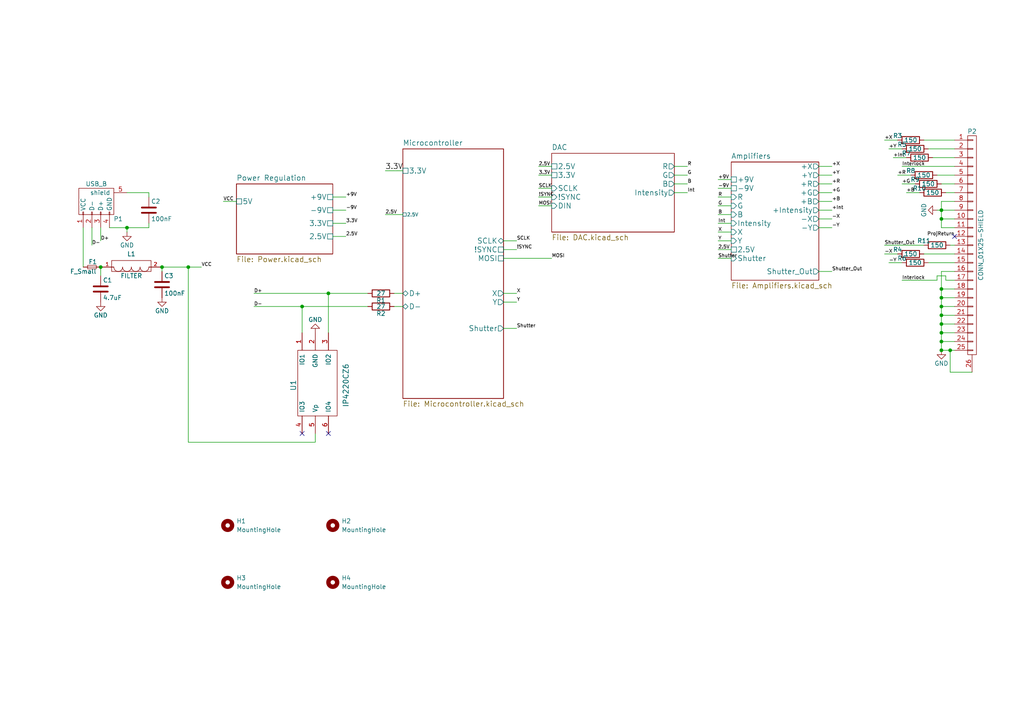
<source format=kicad_sch>
(kicad_sch (version 20231120) (generator "eeschema") (generator_version "8.0")
  (paper "A4")
  (title_block (title "Main") (date "2016-04-11") (rev "A"))
  (lib_symbols
    (symbol "Helios-rescue:C" (pin_numbers hide) (pin_names (offset 0.254))
      (property "Reference" "C" (at 0.635 2.54 0))
      (property "Value" "C" (at 0.635 -2.54 0))
      (symbol "C_0_1"
        (polyline (pts (xy -2.032 -0.762) (xy 2.032 -0.762)) (stroke (width 0.508)))
        (polyline (pts (xy -2.032 0.762) (xy 2.032 0.762)) (stroke (width 0.508)))
      )
      (symbol "C_1_1"
        (pin passive line (at 0 3.81 270) (length 2.794) (name "~") (number "1"))
        (pin passive line (at 0 -3.81 90) (length 2.794) (name "~") (number "2"))
      )
    )
    (symbol "Helios-rescue:FILTER" (pin_names (offset 1.016) hide)
      (property "Reference" "FB" (at 0 3.81 0))
      (property "Value" "FILTER" (at 0 -2.54 0))
      (symbol "FILTER_0_1"
        (rectangle (start -5.715 1.905) (end 5.715 -1.27))
        (arc (start -5.08 0) (mid -3.81 -1.27) (end -2.54 0))
        (arc (start -2.54 0) (mid -1.27 -1.27) (end 0 0))
        (arc (start 0 0) (mid 0 0) (end 0 0))
        (arc (start 0 0) (mid 1.27 -1.27) (end 2.54 0))
        (arc (start 2.54 0) (mid 3.81 -1.27) (end 5.08 0))
      )
      (symbol "FILTER_1_1"
        (pin passive line (at -8.89 0 0) (length 3.81) (name "1") (number "1"))
        (pin passive line (at 8.89 0 180) (length 3.81) (name "2") (number "2"))
      )
    )
    (symbol "Helios-rescue:F_Small" (pin_numbers hide) (pin_names (offset 0.254) hide)
      (property "Reference" "F" (at -1.016 1.524 0))
      (property "Value" "F_Small" (at -3.048 -1.524 0))
      (symbol "F_Small_0_1"
        (rectangle (start -1.27 0.508) (end 1.27 -0.508))
        (polyline (pts (xy -1.27 0) (xy 1.27 0)))
      )
      (symbol "F_Small_1_1"
        (pin passive line (at -2.54 0 0) (length 1.27) (name "~") (number "1"))
        (pin passive line (at 2.54 0 180) (length 1.27) (name "~") (number "2"))
      )
    )
    (symbol "Helios-rescue:GND" (power) (pin_names (offset 0))
      (property "Value" "GND" (at 0 -3.81 0))
      (symbol "GND_0_1"
        (polyline (pts (xy 0 0) (xy 0 -1.27) (xy 1.27 -1.27) (xy 0 -2.54) (xy -1.27 -1.27) (xy 0 -1.27)))
      )
      (symbol "GND_1_1"
        (pin power_in line (at 0 0 270) (length 0) hide (name "GND") (number "1"))
      )
    )
    (symbol "Helios-rescue:R" (pin_numbers hide) (pin_names (offset 0))
      (property "Reference" "R" (at 2.032 0 90))
      (property "Value" "R" (at 0 0 90))
      (symbol "R_0_1"
        (rectangle (start -1.016 -2.54) (end 1.016 2.54) (stroke (width 0.254)))
      )
      (symbol "R_1_1"
        (pin passive line (at 0 3.81 270) (length 1.27) (name "~") (number "1"))
        (pin passive line (at 0 -3.81 90) (length 1.27) (name "~") (number "2"))
      )
    )
    (symbol "Helios-rescue:USB_B-RESCUE-Helios" (pin_names (offset 1.016))
      (property "Reference" "P" (at 5.08 -5.08 0))
      (property "Value" "USB_B-RESCUE-Helios" (at -1.27 5.08 0))
      (symbol "USB_B-RESCUE-Helios_0_1"
        (rectangle (start -6.35 -3.81) (end 3.81 3.81))
        (rectangle (start -5.207 -3.81) (end -4.953 -3.048))
        (rectangle (start -2.667 -3.81) (end -2.413 -3.048))
        (rectangle (start -0.127 -3.81) (end 0.127 -3.048))
        (rectangle (start 2.413 -3.81) (end 2.667 -3.048))
      )
      (symbol "USB_B-RESCUE-Helios_1_1"
        (pin power_out line (at -5.08 -7.62 90) (length 3.81) (name "VCC") (number "1"))
        (pin passive line (at -2.54 -7.62 90) (length 3.81) (name "D-") (number "2"))
        (pin passive line (at 0 -7.62 90) (length 3.81) (name "D+") (number "3"))
        (pin power_in line (at 2.54 -7.62 90) (length 3.81) (name "GND") (number "4"))
        (pin passive line (at 7.62 2.54 180) (length 3.81) (name "shield") (number "5"))
      )
    )
    (symbol "Mechanical:MountingHole" (pin_names (offset 1.016)) (exclude_from_sim yes) (in_bom no)
      (property "Reference" "H" (at 0 5.08 0))
      (property "Value" "MountingHole" (at 0 3.175 0))
      (symbol "MountingHole_0_1"
        (circle (center 0 0) (radius 1.27) (stroke (width 1.27)))
      )
    )
    (symbol "Personal-library:CONN_01X25-SHIELD" (pin_names (offset 1.016) hide)
      (property "Reference" "P" (at 0 33.02 0))
      (property "Value" "CONN_01X25-SHIELD" (at 2.54 0 90))
      (symbol "CONN_01X25-SHIELD_0_1"
        (rectangle (start -1.27 -31.75) (end 1.27 31.75))
        (rectangle (start -1.27 -30.353) (end 0.254 -30.607))
        (rectangle (start -1.27 -27.813) (end 0.254 -28.067))
        (rectangle (start -1.27 -25.273) (end 0.254 -25.527))
        (rectangle (start -1.27 -22.733) (end 0.254 -22.987))
        (rectangle (start -1.27 -20.193) (end 0.254 -20.447))
        (rectangle (start -1.27 -17.653) (end 0.254 -17.907))
        (rectangle (start -1.27 -15.113) (end 0.254 -15.367))
        (rectangle (start -1.27 -12.573) (end 0.254 -12.827))
        (rectangle (start -1.27 -10.033) (end 0.254 -10.287))
        (rectangle (start -1.27 -7.493) (end 0.254 -7.747))
        (rectangle (start -1.27 -4.953) (end 0.254 -5.207))
        (rectangle (start -1.27 -2.413) (end 0.254 -2.667))
        (rectangle (start -1.27 0.127) (end 0.254 -0.127))
        (rectangle (start -1.27 2.667) (end 0.254 2.413))
        (rectangle (start -1.27 5.207) (end 0.254 4.953))
        (rectangle (start -1.27 7.747) (end 0.254 7.493))
        (rectangle (start -1.27 10.287) (end 0.254 10.033))
        (rectangle (start -1.27 12.827) (end 0.254 12.573))
        (rectangle (start -1.27 15.367) (end 0.254 15.113))
        (rectangle (start -1.27 17.907) (end 0.254 17.653))
        (rectangle (start -1.27 20.447) (end 0.254 20.193))
        (rectangle (start -1.27 22.987) (end 0.254 22.733))
        (rectangle (start -1.27 25.527) (end 0.254 25.273))
        (rectangle (start -1.27 28.067) (end 0.254 27.813))
        (rectangle (start -1.27 30.607) (end 0.254 30.353))
      )
      (symbol "CONN_01X25-SHIELD_1_1"
        (pin passive line (at -5.08 30.48 0) (length 3.81) (name "P1") (number "1"))
        (pin passive line (at -5.08 7.62 0) (length 3.81) (name "P10") (number "10"))
        (pin passive line (at -5.08 5.08 0) (length 3.81) (name "P11") (number "11"))
        (pin passive line (at -5.08 2.54 0) (length 3.81) (name "P12") (number "12"))
        (pin passive line (at -5.08 0 0) (length 3.81) (name "P13") (number "13"))
        (pin passive line (at -5.08 -2.54 0) (length 3.81) (name "P14") (number "14"))
        (pin passive line (at -5.08 -5.08 0) (length 3.81) (name "P15") (number "15"))
        (pin passive line (at -5.08 -7.62 0) (length 3.81) (name "P16") (number "16"))
        (pin passive line (at -5.08 -10.16 0) (length 3.81) (name "P17") (number "17"))
        (pin passive line (at -5.08 -12.7 0) (length 3.81) (name "P18") (number "18"))
        (pin passive line (at -5.08 -15.24 0) (length 3.81) (name "P19") (number "19"))
        (pin passive line (at -5.08 27.94 0) (length 3.81) (name "P2") (number "2"))
        (pin passive line (at -5.08 -17.78 0) (length 3.81) (name "P20") (number "20"))
        (pin passive line (at -5.08 -20.32 0) (length 3.81) (name "P21") (number "21"))
        (pin passive line (at -5.08 -22.86 0) (length 3.81) (name "P22") (number "22"))
        (pin passive line (at -5.08 -25.4 0) (length 3.81) (name "P23") (number "23"))
        (pin passive line (at -5.08 -27.94 0) (length 3.81) (name "P24") (number "24"))
        (pin passive line (at -5.08 -30.48 0) (length 3.81) (name "P25") (number "25"))
        (pin input line (at 0 -36.83 90) (length 5.08) (name "Shield") (number "26"))
        (pin passive line (at -5.08 25.4 0) (length 3.81) (name "P3") (number "3"))
        (pin passive line (at -5.08 22.86 0) (length 3.81) (name "P4") (number "4"))
        (pin passive line (at -5.08 20.32 0) (length 3.81) (name "P5") (number "5"))
        (pin passive line (at -5.08 17.78 0) (length 3.81) (name "P6") (number "6"))
        (pin passive line (at -5.08 15.24 0) (length 3.81) (name "P7") (number "7"))
        (pin passive line (at -5.08 12.7 0) (length 3.81) (name "P8") (number "8"))
        (pin passive line (at -5.08 10.16 0) (length 3.81) (name "P9") (number "9"))
      )
    )
    (symbol "Personal-library:IP4220CZ6" (pin_names (offset 1.016))
      (property "Reference" "U" (at 0 6.35 0))
      (property "Value" "IP4220CZ6" (at 0 -8.89 0))
      (symbol "IP4220CZ6_0_1"
        (rectangle (start 10.16 5.08) (end -8.89 -6.35))
      )
      (symbol "IP4220CZ6_1_1"
        (pin passive line (at 15.24 3.81 180) (length 5.08) (name "IO1") (number "1"))
        (pin passive line (at 15.24 0 180) (length 5.08) (name "GND") (number "2"))
        (pin passive line (at 15.24 -3.81 180) (length 5.08) (name "IO2") (number "3"))
        (pin passive line (at -13.97 3.81 0) (length 5.08) (name "IO3") (number "4"))
        (pin passive line (at -13.97 0 0) (length 5.08) (name "Vp") (number "5"))
        (pin passive line (at -13.97 -3.81 0) (length 5.08) (name "IO4") (number "6"))
      )
    )
  )
  (junction (at 46.99 77.47))
  (junction (at 273.05 93.98))
  (junction (at 273.05 63.5))
  (junction (at 87.63 88.9))
  (junction (at 275.59 101.6))
  (junction (at 273.05 99.06))
  (junction (at 273.05 83.82))
  (junction (at 273.05 91.44))
  (junction (at 36.83 66.04))
  (junction (at 29.21 77.47))
  (junction (at 54.61 77.47))
  (junction (at 273.05 88.9))
  (junction (at 273.05 86.36))
  (junction (at 273.05 96.52))
  (junction (at 273.05 60.96))
  (junction (at 95.25 85.09))
  (junction (at 273.05 101.6))
  (no_connect (at 95.25 125.73))
  (no_connect (at 276.86 68.58))
  (no_connect (at 87.63 125.73))
  (wire (pts (xy 87.63 88.9) (xy 106.68 88.9)))
  (wire (pts (xy 273.05 58.42) (xy 276.86 58.42)))
  (wire (pts (xy 146.05 74.93) (xy 160.02 74.93)))
  (wire (pts (xy 269.24 76.2) (xy 276.86 76.2)))
  (wire (pts (xy 43.18 55.88) (xy 43.18 57.15)))
  (wire (pts (xy 262.89 45.72) (xy 259.08 45.72)))
  (wire (pts (xy 273.05 78.74) (xy 276.86 78.74)))
  (wire (pts (xy 273.05 63.5) (xy 276.86 63.5)))
  (wire (pts (xy 73.66 85.09) (xy 95.25 85.09)))
  (wire (pts (xy 212.09 59.69) (xy 208.28 59.69)))
  (wire (pts (xy 237.49 58.42) (xy 241.3 58.42)))
  (wire (pts (xy 273.05 88.9) (xy 273.05 91.44)))
  (wire (pts (xy 31.75 66.04) (xy 36.83 66.04)))
  (wire (pts (xy 95.25 85.09) (xy 106.68 85.09)))
  (wire (pts (xy 36.83 55.88) (xy 43.18 55.88)))
  (wire (pts (xy 273.05 99.06) (xy 273.05 101.6)))
  (wire (pts (xy 95.25 85.09) (xy 95.25 96.52)))
  (wire (pts (xy 276.86 91.44) (xy 273.05 91.44)))
  (wire (pts (xy 274.32 80.01) (xy 271.78 80.01)))
  (wire (pts (xy 212.09 52.07) (xy 208.28 52.07)))
  (wire (pts (xy 160.02 57.15) (xy 156.21 57.15)))
  (wire (pts (xy 266.7 55.88) (xy 262.89 55.88)))
  (wire (pts (xy 271.78 81.28) (xy 261.62 81.28)))
  (wire (pts (xy 273.05 66.04) (xy 276.86 66.04)))
  (wire (pts (xy 261.62 48.26) (xy 276.86 48.26)))
  (wire (pts (xy 146.05 95.25) (xy 149.86 95.25)))
  (wire (pts (xy 146.05 69.85) (xy 149.86 69.85)))
  (wire (pts (xy 160.02 50.8) (xy 156.21 50.8)))
  (wire (pts (xy 265.43 53.34) (xy 261.62 53.34)))
  (wire (pts (xy 276.86 86.36) (xy 273.05 86.36)))
  (wire (pts (xy 273.05 78.74) (xy 273.05 83.82)))
  (wire (pts (xy 36.83 66.04) (xy 43.18 66.04)))
  (wire (pts (xy 29.21 66.04) (xy 29.21 69.85)))
  (wire (pts (xy 237.49 50.8) (xy 241.3 50.8)))
  (wire (pts (xy 274.32 55.88) (xy 276.86 55.88)))
  (wire (pts (xy 160.02 59.69) (xy 156.21 59.69)))
  (wire (pts (xy 276.86 81.28) (xy 274.32 81.28)))
  (wire (pts (xy 116.84 62.23) (xy 111.76 62.23)))
  (wire (pts (xy 26.67 66.04) (xy 26.67 71.12)))
  (wire (pts (xy 275.59 71.12) (xy 276.86 71.12)))
  (wire (pts (xy 237.49 60.96) (xy 241.3 60.96)))
  (wire (pts (xy 274.32 81.28) (xy 274.32 80.01)))
  (wire (pts (xy 54.61 77.47) (xy 58.42 77.47)))
  (wire (pts (xy 212.09 67.31) (xy 208.28 67.31)))
  (wire (pts (xy 273.05 86.36) (xy 273.05 88.9)))
  (wire (pts (xy 87.63 88.9) (xy 87.63 96.52)))
  (wire (pts (xy 195.58 50.8) (xy 199.39 50.8)))
  (wire (pts (xy 160.02 48.26) (xy 156.21 48.26)))
  (wire (pts (xy 68.58 58.42) (xy 64.77 58.42)))
  (wire (pts (xy 96.52 60.96) (xy 100.33 60.96)))
  (wire (pts (xy 256.54 71.12) (xy 267.97 71.12)))
  (wire (pts (xy 195.58 53.34) (xy 199.39 53.34)))
  (wire (pts (xy 160.02 54.61) (xy 156.21 54.61)))
  (wire (pts (xy 29.21 77.47) (xy 29.21 80.01)))
  (wire (pts (xy 267.97 40.64) (xy 276.86 40.64)))
  (wire (pts (xy 273.05 99.06) (xy 276.86 99.06)))
  (wire (pts (xy 146.05 72.39) (xy 149.86 72.39)))
  (wire (pts (xy 114.3 85.09) (xy 116.84 85.09)))
  (wire (pts (xy 111.76 49.53) (xy 116.84 49.53)))
  (wire (pts (xy 43.18 66.04) (xy 43.18 64.77)))
  (wire (pts (xy 273.05 93.98) (xy 273.05 96.52)))
  (wire (pts (xy 54.61 77.47) (xy 54.61 128.27)))
  (wire (pts (xy 275.59 101.6) (xy 275.59 107.95)))
  (wire (pts (xy 241.3 55.88) (xy 237.49 55.88)))
  (wire (pts (xy 212.09 74.93) (xy 208.28 74.93)))
  (wire (pts (xy 46.99 77.47) (xy 46.99 78.74)))
  (wire (pts (xy 271.78 80.01) (xy 271.78 81.28)))
  (wire (pts (xy 275.59 107.95) (xy 281.94 107.95)))
  (wire (pts (xy 237.49 66.04) (xy 241.3 66.04)))
  (wire (pts (xy 46.99 77.47) (xy 54.61 77.47)))
  (wire (pts (xy 273.05 96.52) (xy 276.86 96.52)))
  (wire (pts (xy 54.61 128.27) (xy 91.44 128.27)))
  (wire (pts (xy 195.58 48.26) (xy 199.39 48.26)))
  (wire (pts (xy 273.05 63.5) (xy 273.05 66.04)))
  (wire (pts (xy 273.05 83.82) (xy 276.86 83.82)))
  (wire (pts (xy 273.05 101.6) (xy 275.59 101.6)))
  (wire (pts (xy 260.35 40.64) (xy 256.54 40.64)))
  (wire (pts (xy 237.49 48.26) (xy 241.3 48.26)))
  (wire (pts (xy 273.05 93.98) (xy 276.86 93.98)))
  (wire (pts (xy 212.09 62.23) (xy 208.28 62.23)))
  (wire (pts (xy 273.05 83.82) (xy 273.05 86.36)))
  (wire (pts (xy 24.13 66.04) (xy 24.13 77.47)))
  (wire (pts (xy 271.78 50.8) (xy 276.86 50.8)))
  (wire (pts (xy 261.62 76.2) (xy 257.81 76.2)))
  (wire (pts (xy 273.05 91.44) (xy 273.05 93.98)))
  (wire (pts (xy 276.86 88.9) (xy 273.05 88.9)))
  (wire (pts (xy 212.09 54.61) (xy 208.28 54.61)))
  (wire (pts (xy 91.44 128.27) (xy 91.44 125.73)))
  (wire (pts (xy 273.05 60.96) (xy 273.05 63.5)))
  (wire (pts (xy 146.05 87.63) (xy 149.86 87.63)))
  (wire (pts (xy 237.49 63.5) (xy 241.3 63.5)))
  (wire (pts (xy 273.05 60.96) (xy 276.86 60.96)))
  (wire (pts (xy 212.09 57.15) (xy 208.28 57.15)))
  (wire (pts (xy 146.05 85.09) (xy 149.86 85.09)))
  (wire (pts (xy 267.97 73.66) (xy 276.86 73.66)))
  (wire (pts (xy 237.49 53.34) (xy 241.3 53.34)))
  (wire (pts (xy 212.09 69.85) (xy 208.28 69.85)))
  (wire (pts (xy 96.52 57.15) (xy 100.33 57.15)))
  (wire (pts (xy 36.83 67.31) (xy 36.83 66.04)))
  (wire (pts (xy 275.59 101.6) (xy 276.86 101.6)))
  (wire (pts (xy 195.58 55.88) (xy 199.39 55.88)))
  (wire (pts (xy 269.24 43.18) (xy 276.86 43.18)))
  (wire (pts (xy 261.62 43.18) (xy 257.81 43.18)))
  (wire (pts (xy 96.52 68.58) (xy 100.33 68.58)))
  (wire (pts (xy 116.84 88.9) (xy 114.3 88.9)))
  (wire (pts (xy 96.52 64.77) (xy 100.33 64.77)))
  (wire (pts (xy 212.09 64.77) (xy 208.28 64.77)))
  (wire (pts (xy 271.78 60.96) (xy 273.05 60.96)))
  (wire (pts (xy 270.51 45.72) (xy 276.86 45.72)))
  (wire (pts (xy 212.09 72.39) (xy 208.28 72.39)))
  (wire (pts (xy 73.66 88.9) (xy 87.63 88.9)))
  (wire (pts (xy 273.05 58.42) (xy 273.05 60.96)))
  (wire (pts (xy 273.05 53.34) (xy 276.86 53.34)))
  (wire (pts (xy 264.16 50.8) (xy 260.35 50.8)))
  (wire (pts (xy 260.35 73.66) (xy 256.54 73.66)))
  (wire (pts (xy 273.05 96.52) (xy 273.05 99.06)))
  (wire (pts (xy 237.49 78.74) (xy 241.3 78.74)))
  (label "-X" (at 241.3 63.5 0) (effects (font (size 0.9906 0.9906))))
  (label "+X" (at 241.3 48.26 0) (effects (font (size 0.9906 0.9906))))
  (label "+Y" (at 257.81 43.18 0) (effects (font (size 0.9906 0.9906))))
  (label "!SYNC" (at 156.21 57.15 0) (effects (font (size 0.9906 0.9906))))
  (label "2.5V" (at 208.28 72.39 0) (effects (font (size 0.9906 0.9906))))
  (label "Int" (at 199.39 55.88 0) (effects (font (size 0.9906 0.9906))))
  (label "D-" (at 26.67 71.12 0) (effects (font (size 0.9906 0.9906))))
  (label "-X" (at 256.54 73.66 0) (effects (font (size 0.9906 0.9906))))
  (label "X" (at 149.86 85.09 0) (effects (font (size 0.9906 0.9906))))
  (label "+B" (at 262.89 55.88 0) (effects (font (size 0.9906 0.9906))))
  (label "-9V" (at 100.33 60.96 0) (effects (font (size 0.9906 0.9906))))
  (label "+Int" (at 259.08 45.72 0) (effects (font (size 0.9906 0.9906))))
  (label "MOSI" (at 156.21 59.69 0) (effects (font (size 0.9906 0.9906))))
  (label "2.5V" (at 156.21 48.26 0) (effects (font (size 0.9906 0.9906))))
  (label "G" (at 208.28 59.69 0) (effects (font (size 0.9906 0.9906))))
  (label "+Y" (at 241.3 50.8 0) (effects (font (size 0.9906 0.9906))))
  (label "VCC" (at 64.77 58.42 0) (effects (font (size 0.9906 0.9906))))
  (label "G" (at 199.39 50.8 0) (effects (font (size 0.9906 0.9906))))
  (label "Y" (at 208.28 69.85 0) (effects (font (size 0.9906 0.9906))))
  (label "3.3V" (at 100.33 64.77 0) (effects (font (size 0.9906 0.9906))))
  (label "R" (at 199.39 48.26 0) (effects (font (size 0.9906 0.9906))))
  (label "+G" (at 261.62 53.34 0) (effects (font (size 0.9906 0.9906))))
  (label "R" (at 208.28 57.15 0) (effects (font (size 0.9906 0.9906))))
  (label "X" (at 208.28 67.31 0) (effects (font (size 0.9906 0.9906))))
  (label "SCLK" (at 149.86 69.85 0) (effects (font (size 0.9906 0.9906))))
  (label "Shutter_Out" (at 241.3 78.74 0) (effects (font (size 0.9906 0.9906))))
  (label "3.3V" (at 156.21 50.8 0) (effects (font (size 0.9906 0.9906))))
  (label "-Y" (at 257.81 76.2 0) (effects (font (size 0.9906 0.9906))))
  (label "+R" (at 260.35 50.8 0) (effects (font (size 0.9906 0.9906))))
  (label "D+" (at 73.66 85.09 0) (effects (font (size 0.9906 0.9906))))
  (label "+G" (at 241.3 55.88 0) (effects (font (size 0.9906 0.9906))))
  (label "D-" (at 73.66 88.9 0) (effects (font (size 0.9906 0.9906))))
  (label "MOSI" (at 160.02 74.93 0) (effects (font (size 0.9906 0.9906))))
  (label "2.5V" (at 100.33 68.58 0) (effects (font (size 0.9906 0.9906))))
  (label "+B" (at 241.3 58.42 0) (effects (font (size 0.9906 0.9906))))
  (label "SCLK" (at 156.21 54.61 0) (effects (font (size 0.9906 0.9906))))
  (label "B" (at 199.39 53.34 0) (effects (font (size 0.9906 0.9906))))
  (label "+9V" (at 100.33 57.15 0) (effects (font (size 0.9906 0.9906))))
  (label "+X" (at 256.54 40.64 0) (effects (font (size 0.9906 0.9906))))
  (label "B" (at 208.28 62.23 0) (effects (font (size 0.9906 0.9906))))
  (label "+9V" (at 208.28 52.07 0) (effects (font (size 0.9906 0.9906))))
  (label "+Int" (at 241.3 60.96 0) (effects (font (size 0.9906 0.9906))))
  (label "D+" (at 29.21 69.85 0) (effects (font (size 0.9906 0.9906))))
  (label "+R" (at 241.3 53.34 0) (effects (font (size 0.9906 0.9906))))
  (label "3.3V" (at 111.76 49.53 0) (effects (font (size 1.524 1.524))))
  (label "-Y" (at 241.3 66.04 0) (effects (font (size 0.9906 0.9906))))
  (label "Y" (at 149.86 87.63 0) (effects (font (size 0.9906 0.9906))))
  (label "Shutter_Out" (at 256.54 71.12 0) (effects (font (size 0.9906 0.9906))))
  (label "Int" (at 208.28 64.77 0) (effects (font (size 0.9906 0.9906))))
  (label "ProjReturn" (at 276.86 68.58 180) (effects (font (size 0.9906 0.9906))))
  (label "2.5V" (at 111.76 62.23 0) (effects (font (size 0.9906 0.9906))))
  (label "!SYNC" (at 149.86 72.39 0) (effects (font (size 0.9906 0.9906))))
  (label "-9V" (at 208.28 54.61 0) (effects (font (size 0.9906 0.9906))))
  (label "Shutter" (at 208.28 74.93 0) (effects (font (size 0.9906 0.9906))))
  (label "Shutter" (at 149.86 95.25 0) (effects (font (size 0.9906 0.9906))))
  (label "Interlock" (at 261.62 81.28 0) (effects (font (size 0.9906 0.9906))))
  (label "VCC" (at 58.42 77.47 0) (effects (font (size 0.9906 0.9906))))
  (label "Interlock" (at 261.62 48.26 0) (effects (font (size 0.9906 0.9906))))
  (symbol (lib_id "Helios-rescue:USB_B-RESCUE-Helios") (at 29.21 58.42 0) (unit 1)
    (property "Reference" "P1" (at 34.29 63.5 0))
    (property "Value" "USB_B" (at 27.94 53.34 0))
    (property "Footprint" "Connect:USB_B" (effects (hide yes)))
  )
  (symbol (lib_id "Helios-rescue:GND") (at 273.05 101.6 0) (unit 1)
    (property "Reference" "#PWR01" (effects (hide yes)))
    (property "Value" "GND" (at 273.05 105.41 0))
  )
  (symbol (lib_id "Helios-rescue:R") (at 110.49 85.09 270) (unit 1)
    (property "Reference" "R1" (at 110.49 87.122 90))
    (property "Value" "27" (at 110.49 85.09 90))
    (property "Footprint" "Resistors_SMD:R_0603" (effects (hide yes)))
  )
  (symbol (lib_id "Helios-rescue:R") (at 264.16 40.64 270) (unit 1)
    (property "Reference" "R3" (at 260.35 39.37 90))
    (property "Value" "150" (at 264.16 40.64 90))
    (property "Footprint" "Resistors_SMD:R_0603" (effects (hide yes)))
  )
  (symbol (lib_id "Helios-rescue:GND") (at 271.78 60.96 270) (unit 1)
    (property "Reference" "#PWR02" (effects (hide yes)))
    (property "Value" "GND" (at 267.97 60.96 0))
  )
  (symbol (lib_id "Helios-rescue:GND") (at 36.83 67.31 0) (unit 1)
    (property "Reference" "#PWR03" (effects (hide yes)))
    (property "Value" "GND" (at 36.83 71.12 0))
  )
  (symbol (lib_id "Helios-rescue:GND") (at 46.99 86.36 0) (unit 1)
    (property "Reference" "#PWR04" (effects (hide yes)))
    (property "Value" "GND" (at 46.99 90.17 0))
  )
  (symbol (lib_id "Helios-rescue:R") (at 265.43 43.18 270) (unit 1)
    (property "Reference" "R5" (at 261.62 41.91 90))
    (property "Value" "150" (at 265.43 43.18 90))
    (property "Footprint" "Resistors_SMD:R_0603" (effects (hide yes)))
  )
  (symbol (lib_id "Helios-rescue:R") (at 266.7 45.72 270) (unit 1)
    (property "Reference" "R7" (at 262.89 44.45 90))
    (property "Value" "150" (at 266.7 45.72 90))
    (property "Footprint" "Resistors_SMD:R_0603" (effects (hide yes)))
  )
  (symbol (lib_id "Helios-rescue:R") (at 267.97 50.8 270) (unit 1)
    (property "Reference" "R8" (at 264.16 49.53 90))
    (property "Value" "150" (at 267.97 50.8 90))
    (property "Footprint" "Resistors_SMD:R_0603" (effects (hide yes)))
  )
  (symbol (lib_id "Helios-rescue:R") (at 269.24 53.34 270) (unit 1)
    (property "Reference" "R9" (at 265.43 52.07 90))
    (property "Value" "150" (at 269.24 53.34 90))
    (property "Footprint" "Resistors_SMD:R_0603" (effects (hide yes)))
  )
  (symbol (lib_id "Helios-rescue:R") (at 270.51 55.88 270) (unit 1)
    (property "Reference" "R10" (at 266.7 54.61 90))
    (property "Value" "150" (at 270.51 55.88 90))
    (property "Footprint" "Resistors_SMD:R_0603" (effects (hide yes)))
  )
  (symbol (lib_id "Helios-rescue:R") (at 271.78 71.12 270) (unit 1)
    (property "Reference" "R11" (at 267.97 69.85 90))
    (property "Value" "150" (at 271.78 71.12 90))
    (property "Footprint" "Resistors_SMD:R_0603" (effects (hide yes)))
  )
  (symbol (lib_id "Helios-rescue:R") (at 264.16 73.66 270) (unit 1)
    (property "Reference" "R4" (at 260.35 72.39 90))
    (property "Value" "150" (at 264.16 73.66 90))
    (property "Footprint" "Resistors_SMD:R_0603" (effects (hide yes)))
  )
  (symbol (lib_id "Helios-rescue:R") (at 265.43 76.2 270) (unit 1)
    (property "Reference" "R6" (at 261.62 74.93 90))
    (property "Value" "150" (at 265.43 76.2 90))
    (property "Footprint" "Resistors_SMD:R_0603" (effects (hide yes)))
  )
  (symbol (lib_id "Helios-rescue:R") (at 110.49 88.9 270) (unit 1)
    (property "Reference" "R2" (at 110.49 90.932 90))
    (property "Value" "27" (at 110.49 88.9 90))
    (property "Footprint" "Resistors_SMD:R_0603" (effects (hide yes)))
  )
  (symbol (lib_id "Helios-rescue:C") (at 43.18 60.96 0) (unit 1)
    (property "Reference" "C2" (at 43.815 58.42 0) (effects (justify left)))
    (property "Value" "100nF" (at 43.815 63.5 0) (effects (justify left)))
    (property "Footprint" "Capacitors_SMD:C_0402" (effects (hide yes)))
  )
  (symbol (lib_id "Helios-rescue:C") (at 46.99 82.55 0) (unit 1)
    (property "Reference" "C3" (at 47.625 80.01 0) (effects (justify left)))
    (property "Value" "100nF" (at 47.625 85.09 0) (effects (justify left)))
    (property "Footprint" "Capacitors_SMD:C_0402" (effects (hide yes)))
  )
  (symbol (lib_id "Personal-library:CONN_01X25-SHIELD") (at 281.94 71.12 0) (unit 1)
    (property "Reference" "P2" (at 281.94 38.1 0))
    (property "Value" "CONN_01X25-SHIELD" (at 284.48 71.12 90))
    (property "Footprint" "personal:DB25" (effects (hide yes)))
  )
  (symbol (lib_id "Helios-rescue:C") (at 29.21 83.82 0) (unit 1)
    (property "Reference" "C1" (at 29.845 81.28 0) (effects (justify left)))
    (property "Value" "4.7uF" (at 29.845 86.36 0) (effects (justify left)))
    (property "Footprint" "Capacitors_SMD:c_elec_4x5.3" (effects (hide yes)))
  )
  (symbol (lib_id "Helios-rescue:GND") (at 29.21 87.63 0) (unit 1)
    (property "Reference" "#PWR06" (effects (hide yes)))
    (property "Value" "GND" (at 29.21 91.44 0))
  )
  (symbol (lib_id "Personal-library:IP4220CZ6") (at 91.44 111.76 90) (unit 1)
    (property "Reference" "U1" (at 85.09 111.76 0) (effects (font (size 1.524 1.524))))
    (property "Value" "IP4220CZ6" (at 100.33 111.76 0) (effects (font (size 1.524 1.524))))
    (property "Footprint" "personal:SOT457" (effects (hide yes)))
  )
  (symbol (lib_id "Helios-rescue:GND") (at 91.44 96.52 180) (unit 1)
    (property "Reference" "#PWR05" (effects (hide yes)))
    (property "Value" "GND" (at 91.44 92.71 0))
  )
  (symbol (lib_id "Helios-rescue:FILTER") (at 38.1 77.47 0) (unit 1)
    (property "Reference" "L1" (at 38.1 73.66 0))
    (property "Value" "FILTER" (at 38.1 80.01 0))
    (property "Footprint" "Resistors_SMD:R_0603" (effects (hide yes)))
  )
  (symbol (lib_id "Helios-rescue:F_Small") (at 26.67 77.47 0) (unit 1)
    (property "Reference" "F1" (at 25.654 75.946 0) (effects (justify left)))
    (property "Value" "F_Small" (at 20.32 78.74 0) (effects (justify left)))
    (property "Footprint" "Resistors_SMD:R_1206" (effects (hide yes)))
  )
  (symbol (lib_id "Mechanical:MountingHole") (at 96.52 152.4 0) (unit 1) (exclude_from_sim yes) (in_bom no)
    (property "Reference" "H2" (at 99.06 151.1299 0) (effects (justify left)))
    (property "Value" "MountingHole" (at 99.06 153.6699 0) (effects (justify left)))
    (property "Footprint" "MountingHole:MountingHole_2.7mm_M2.5" (effects (hide yes)))
    (property "Description" "Mounting Hole without connection" (effects (hide yes)))
  )
  (symbol (lib_id "Mechanical:MountingHole") (at 66.04 152.4 0) (unit 1) (exclude_from_sim yes) (in_bom no)
    (property "Reference" "H1" (at 68.58 151.1299 0) (effects (justify left)))
    (property "Value" "MountingHole" (at 68.58 153.6699 0) (effects (justify left)))
    (property "Footprint" "MountingHole:MountingHole_2.7mm_M2.5" (effects (hide yes)))
    (property "Description" "Mounting Hole without connection" (effects (hide yes)))
  )
  (symbol (lib_id "Mechanical:MountingHole") (at 96.52 168.91 0) (unit 1) (exclude_from_sim yes) (in_bom no)
    (property "Reference" "H4" (at 99.06 167.6399 0) (effects (justify left)))
    (property "Value" "MountingHole" (at 99.06 170.1799 0) (effects (justify left)))
    (property "Footprint" "MountingHole:MountingHole_2.7mm_M2.5" (effects (hide yes)))
    (property "Description" "Mounting Hole without connection" (effects (hide yes)))
  )
  (symbol (lib_id "Mechanical:MountingHole") (at 66.04 168.91 0) (unit 1) (exclude_from_sim yes) (in_bom no)
    (property "Reference" "H3" (at 68.58 167.6399 0) (effects (justify left)))
    (property "Value" "MountingHole" (at 68.58 170.1799 0) (effects (justify left)))
    (property "Footprint" "MountingHole:MountingHole_2.7mm_M2.5" (effects (hide yes)))
    (property "Description" "Mounting Hole without connection" (effects (hide yes)))
  )
  (sheet (at 68.58 53.34) (size 27.94 20.32)
    (property "Sheetname" "Power Regulation" (at 68.58 52.5014 0) (effects (font (size 1.524 1.524)) (justify left bottom)))
    (property "Sheetfile" "Power.kicad_sch" (at 68.58 74.3462 0) (effects (font (size 1.524 1.524)) (justify left top)))
    (pin "5V" passive (at 68.58 58.42 180) (effects (font (size 1.524 1.524))))
    (pin "+9V" passive (at 96.52 57.15 0) (effects (font (size 1.524 1.524))))
    (pin "-9V" passive (at 96.52 60.96 0) (effects (font (size 1.524 1.524))))
    (pin "3.3V" passive (at 96.52 64.77 0) (effects (font (size 1.524 1.524))))
    (pin "2.5V" passive (at 96.52 68.58 0) (effects (font (size 1.524 1.524))))
  )
  (sheet (at 116.84 43.18) (size 29.21 72.39)
    (property "Sheetname" "Microcontroller" (at 116.84 42.3414 0) (effects (font (size 1.524 1.524)) (justify left bottom)))
    (property "Sheetfile" "Microcontroller.kicad_sch" (at 116.84 116.2562 0) (effects (font (size 1.524 1.524)) (justify left top)))
    (pin "3.3V" passive (at 116.84 49.53 180) (effects (font (size 1.524 1.524))))
    (pin "D-" bidirectional (at 116.84 88.9 180) (effects (font (size 1.524 1.524))))
    (pin "D+" bidirectional (at 116.84 85.09 180) (effects (font (size 1.524 1.524))))
    (pin "X" output (at 146.05 85.09 0) (effects (font (size 1.524 1.524))))
    (pin "Y" output (at 146.05 87.63 0) (effects (font (size 1.524 1.524))))
    (pin "MOSI" passive (at 146.05 74.93 0) (effects (font (size 1.524 1.524))))
    (pin "!SYNC" passive (at 146.05 72.39 0) (effects (font (size 1.524 1.524))))
    (pin "SCLK" bidirectional (at 146.05 69.85 0) (effects (font (size 1.524 1.524))))
    (pin "Shutter" output (at 146.05 95.25 0) (effects (font (size 1.524 1.524))))
    (pin "2.5V" passive (at 116.84 62.23 180) (effects (font (size 0.9906 0.9906))))
  )
  (sheet (at 160.02 44.45) (size 35.56 22.86)
    (property "Sheetname" "DAC" (at 160.02 43.6114 0) (effects (font (size 1.524 1.524)) (justify left bottom)))
    (property "Sheetfile" "DAC.kicad_sch" (at 160.02 67.9962 0) (effects (font (size 1.524 1.524)) (justify left top)))
    (pin "2.5V" passive (at 160.02 48.26 180) (effects (font (size 1.524 1.524))))
    (pin "SCLK" input (at 160.02 54.61 180) (effects (font (size 1.524 1.524))))
    (pin "!SYNC" input (at 160.02 57.15 180) (effects (font (size 1.524 1.524))))
    (pin "DIN" input (at 160.02 59.69 180) (effects (font (size 1.524 1.524))))
    (pin "R" output (at 195.58 48.26 0) (effects (font (size 1.524 1.524))))
    (pin "G" output (at 195.58 50.8 0) (effects (font (size 1.524 1.524))))
    (pin "B" output (at 195.58 53.34 0) (effects (font (size 1.524 1.524))))
    (pin "Intensity" output (at 195.58 55.88 0) (effects (font (size 1.524 1.524))))
    (pin "3.3V" passive (at 160.02 50.8 180) (effects (font (size 1.524 1.524))))
  )
  (sheet (at 212.09 46.99) (size 25.4 34.29)
    (property "Sheetname" "Amplifiers" (at 212.09 46.1514 0) (effects (font (size 1.524 1.524)) (justify left bottom)))
    (property "Sheetfile" "Amplifiers.kicad_sch" (at 212.09 81.9662 0) (effects (font (size 1.524 1.524)) (justify left top)))
    (pin "+9V" passive (at 212.09 52.07 180) (effects (font (size 1.524 1.524))))
    (pin "-9V" passive (at 212.09 54.61 180) (effects (font (size 1.524 1.524))))
    (pin "X" input (at 212.09 67.31 180) (effects (font (size 1.524 1.524))))
    (pin "Y" input (at 212.09 69.85 180) (effects (font (size 1.524 1.524))))
    (pin "R" input (at 212.09 57.15 180) (effects (font (size 1.524 1.524))))
    (pin "G" input (at 212.09 59.69 180) (effects (font (size 1.524 1.524))))
    (pin "B" input (at 212.09 62.23 180) (effects (font (size 1.524 1.524))))
    (pin "+X" output (at 237.49 48.26 0) (effects (font (size 1.524 1.524))))
    (pin "+Y" output (at 237.49 50.8 0) (effects (font (size 1.524 1.524))))
    (pin "-X" output (at 237.49 63.5 0) (effects (font (size 1.524 1.524))))
    (pin "-Y" output (at 237.49 66.04 0) (effects (font (size 1.524 1.524))))
    (pin "+R" output (at 237.49 53.34 0) (effects (font (size 1.524 1.524))))
    (pin "+G" output (at 237.49 55.88 0) (effects (font (size 1.524 1.524))))
    (pin "+B" output (at 237.49 58.42 0) (effects (font (size 1.524 1.524))))
    (pin "Intensity" input (at 212.09 64.77 180) (effects (font (size 1.524 1.524))))
    (pin "+Intensity" output (at 237.49 60.96 0) (effects (font (size 1.524 1.524))))
    (pin "2.5V" passive (at 212.09 72.39 180) (effects (font (size 1.524 1.524))))
    (pin "Shutter" input (at 212.09 74.93 180) (effects (font (size 1.524 1.524))))
    (pin "Shutter_Out" output (at 237.49 78.74 0) (effects (font (size 1.524 1.524))))
  )
)
</source>
